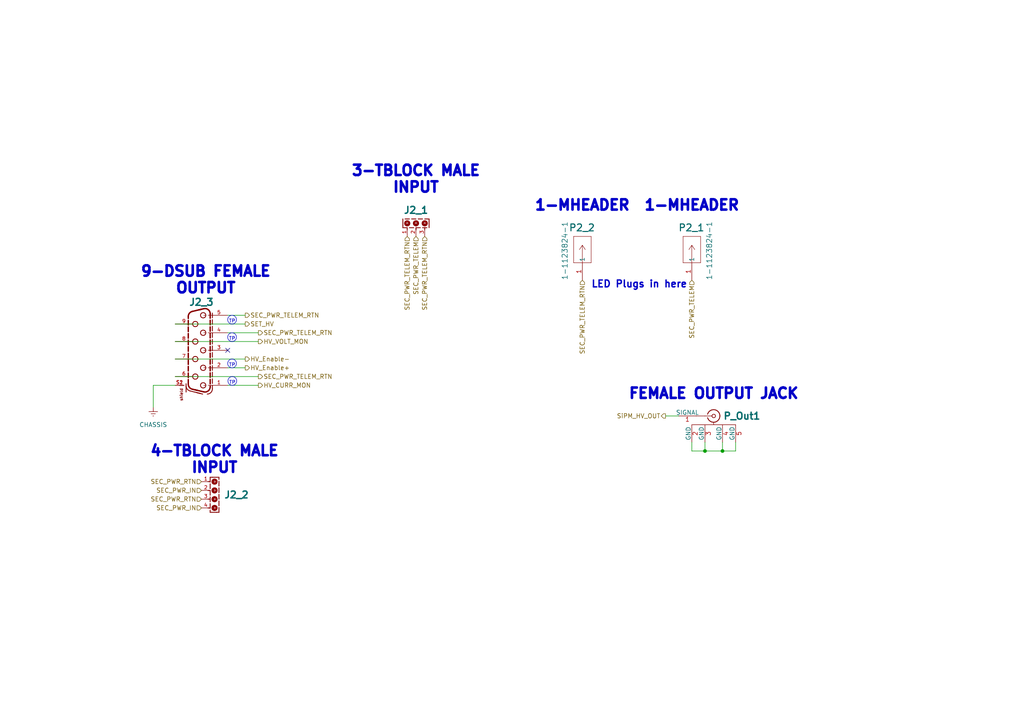
<source format=kicad_sch>
(kicad_sch
	(version 20250114)
	(generator "eeschema")
	(generator_version "9.0")
	(uuid "59404ed2-65d5-4761-8237-c81ff5f1bcb5")
	(paper "A4")
	(lib_symbols
		(symbol "Adam_Tech:RF2-49B-T-00-50-G-HDW"
			(pin_names
				(offset 0)
			)
			(exclude_from_sim no)
			(in_bom yes)
			(on_board yes)
			(property "Reference" "J"
				(at 14.732 20.32 0)
				(effects
					(font
						(size 1.524 1.524)
					)
				)
			)
			(property "Value" "RF2-49B-T-00-50-G-HDW"
				(at 18.542 23.368 0)
				(effects
					(font
						(size 1.524 1.524)
					)
					(hide yes)
				)
			)
			(property "Footprint" "Adam_Tech:CONN_RF2-49B-T-00-50-G-HDW_ADM"
				(at 12.7 2.794 0)
				(effects
					(font
						(size 1.27 1.27)
						(italic yes)
					)
					(hide yes)
				)
			)
			(property "Datasheet" "https://app.adam-tech.com/products/download/data_sheet/219119/rf2-49b-t-00-50-g-hdw-data-sheet.pdf"
				(at 10.922 0.762 0)
				(effects
					(font
						(size 1.27 1.27)
						(italic yes)
					)
					(hide yes)
				)
			)
			(property "Description" "SMA Connector Jack, Female Socket 50 Ohms Through Hole, Right Angle Solder (Voltage Rating = 335V)"
				(at 6.35 17.78 0)
				(effects
					(font
						(size 1.27 1.27)
					)
					(hide yes)
				)
			)
			(property "Manufacturer" "Adam Tech"
				(at 0 0 0)
				(effects
					(font
						(size 1.27 1.27)
					)
					(hide yes)
				)
			)
			(property "Man. Part Num" "RF2-49B-T-00-50-G-HDW"
				(at 0 0 0)
				(effects
					(font
						(size 1.27 1.27)
					)
					(hide yes)
				)
			)
			(property "Distributor" "Mouser"
				(at 0 0 0)
				(effects
					(font
						(size 1.27 1.27)
					)
					(hide yes)
				)
			)
			(property "Dist. Part Num" "737-RF249BT0050GHDW"
				(at 0 0 0)
				(effects
					(font
						(size 1.27 1.27)
					)
					(hide yes)
				)
			)
			(property "Part Type" "Through Hole"
				(at 0 0 0)
				(effects
					(font
						(size 1.27 1.27)
					)
					(hide yes)
				)
			)
			(property "Package" "SMA"
				(at 0 0 0)
				(effects
					(font
						(size 1.27 1.27)
					)
					(hide yes)
				)
			)
			(property "Notes" ""
				(at 0 0 0)
				(effects
					(font
						(size 1.27 1.27)
					)
					(hide yes)
				)
			)
			(property "ki_keywords" "RF2-49B-T-00-50-G-HDW"
				(at 0 0 0)
				(effects
					(font
						(size 1.27 1.27)
					)
					(hide yes)
				)
			)
			(property "ki_fp_filters" "CONN_RF2-49B-T-00-50-G-HDW_ADM"
				(at 0 0 0)
				(effects
					(font
						(size 1.27 1.27)
					)
					(hide yes)
				)
			)
			(symbol "RF2-49B-T-00-50-G-HDW_0_1"
				(polyline
					(pts
						(xy 11.43 13.97) (xy 24.13 13.97)
					)
					(stroke
						(width 0)
						(type default)
					)
					(fill
						(type none)
					)
				)
				(polyline
					(pts
						(xy 15.24 16.51) (xy 12.7 16.51)
					)
					(stroke
						(width 0)
						(type default)
					)
					(fill
						(type none)
					)
				)
				(polyline
					(pts
						(xy 15.24 16.51) (xy 17.272 16.51)
					)
					(stroke
						(width 0)
						(type default)
					)
					(fill
						(type none)
					)
				)
				(arc
					(start 16.002 17.018)
					(mid 18.0023 18.3184)
					(end 19.558 16.51)
					(stroke
						(width 0.254)
						(type default)
					)
					(fill
						(type none)
					)
				)
				(arc
					(start 19.558 16.51)
					(mid 18.0022 14.7022)
					(end 16.002 16.002)
					(stroke
						(width 0.254)
						(type default)
					)
					(fill
						(type none)
					)
				)
				(circle
					(center 17.78 16.51)
					(radius 0.508)
					(stroke
						(width 0.2032)
						(type default)
					)
					(fill
						(type none)
					)
				)
				(polyline
					(pts
						(xy 17.78 13.97) (xy 17.78 14.732)
					)
					(stroke
						(width 0)
						(type default)
					)
					(fill
						(type none)
					)
				)
			)
			(symbol "RF2-49B-T-00-50-G-HDW_1_1"
				(pin unspecified line
					(at 7.62 16.51 0)
					(length 5.08)
					(name "SIGNAL"
						(effects
							(font
								(size 1.27 1.27)
							)
						)
					)
					(number "1"
						(effects
							(font
								(size 1.27 1.27)
							)
						)
					)
				)
				(pin power_in line
					(at 11.43 8.89 90)
					(length 5.08)
					(name "GND"
						(effects
							(font
								(size 1.27 1.27)
							)
						)
					)
					(number "2"
						(effects
							(font
								(size 1.27 1.27)
							)
						)
					)
				)
				(pin power_in line
					(at 15.24 8.89 90)
					(length 5.08)
					(name "GND"
						(effects
							(font
								(size 1.27 1.27)
							)
						)
					)
					(number "3"
						(effects
							(font
								(size 1.27 1.27)
							)
						)
					)
				)
				(pin power_in line
					(at 20.32 8.89 90)
					(length 5.08)
					(name "GND"
						(effects
							(font
								(size 1.27 1.27)
							)
						)
					)
					(number "4"
						(effects
							(font
								(size 1.27 1.27)
							)
						)
					)
				)
				(pin power_in line
					(at 24.13 8.89 90)
					(length 5.08)
					(name "GND"
						(effects
							(font
								(size 1.27 1.27)
							)
						)
					)
					(number "5"
						(effects
							(font
								(size 1.27 1.27)
							)
						)
					)
				)
			)
			(symbol "RF2-49B-T-00-50-G-HDW_1_2"
				(polyline
					(pts
						(xy 5.08 2.54) (xy 5.08 -12.7)
					)
					(stroke
						(width 0.127)
						(type default)
					)
					(fill
						(type none)
					)
				)
				(polyline
					(pts
						(xy 5.08 -12.7) (xy 12.7 -12.7)
					)
					(stroke
						(width 0.127)
						(type default)
					)
					(fill
						(type none)
					)
				)
				(polyline
					(pts
						(xy 7.62 0) (xy 5.08 0)
					)
					(stroke
						(width 0.127)
						(type default)
					)
					(fill
						(type none)
					)
				)
				(polyline
					(pts
						(xy 7.62 0) (xy 8.89 0.8467)
					)
					(stroke
						(width 0.127)
						(type default)
					)
					(fill
						(type none)
					)
				)
				(polyline
					(pts
						(xy 7.62 0) (xy 8.89 -0.8467)
					)
					(stroke
						(width 0.127)
						(type default)
					)
					(fill
						(type none)
					)
				)
				(polyline
					(pts
						(xy 7.62 -2.54) (xy 5.08 -2.54)
					)
					(stroke
						(width 0.127)
						(type default)
					)
					(fill
						(type none)
					)
				)
				(polyline
					(pts
						(xy 7.62 -2.54) (xy 8.89 -1.6933)
					)
					(stroke
						(width 0.127)
						(type default)
					)
					(fill
						(type none)
					)
				)
				(polyline
					(pts
						(xy 7.62 -2.54) (xy 8.89 -3.3867)
					)
					(stroke
						(width 0.127)
						(type default)
					)
					(fill
						(type none)
					)
				)
				(polyline
					(pts
						(xy 7.62 -5.08) (xy 5.08 -5.08)
					)
					(stroke
						(width 0.127)
						(type default)
					)
					(fill
						(type none)
					)
				)
				(polyline
					(pts
						(xy 7.62 -5.08) (xy 8.89 -4.2333)
					)
					(stroke
						(width 0.127)
						(type default)
					)
					(fill
						(type none)
					)
				)
				(polyline
					(pts
						(xy 7.62 -5.08) (xy 8.89 -5.9267)
					)
					(stroke
						(width 0.127)
						(type default)
					)
					(fill
						(type none)
					)
				)
				(polyline
					(pts
						(xy 7.62 -7.62) (xy 5.08 -7.62)
					)
					(stroke
						(width 0.127)
						(type default)
					)
					(fill
						(type none)
					)
				)
				(polyline
					(pts
						(xy 7.62 -7.62) (xy 8.89 -6.7733)
					)
					(stroke
						(width 0.127)
						(type default)
					)
					(fill
						(type none)
					)
				)
				(polyline
					(pts
						(xy 7.62 -7.62) (xy 8.89 -8.4667)
					)
					(stroke
						(width 0.127)
						(type default)
					)
					(fill
						(type none)
					)
				)
				(polyline
					(pts
						(xy 7.62 -10.16) (xy 5.08 -10.16)
					)
					(stroke
						(width 0.127)
						(type default)
					)
					(fill
						(type none)
					)
				)
				(polyline
					(pts
						(xy 7.62 -10.16) (xy 8.89 -9.3133)
					)
					(stroke
						(width 0.127)
						(type default)
					)
					(fill
						(type none)
					)
				)
				(polyline
					(pts
						(xy 7.62 -10.16) (xy 8.89 -11.0067)
					)
					(stroke
						(width 0.127)
						(type default)
					)
					(fill
						(type none)
					)
				)
				(polyline
					(pts
						(xy 12.7 2.54) (xy 5.08 2.54)
					)
					(stroke
						(width 0.127)
						(type default)
					)
					(fill
						(type none)
					)
				)
				(polyline
					(pts
						(xy 12.7 -12.7) (xy 12.7 2.54)
					)
					(stroke
						(width 0.127)
						(type default)
					)
					(fill
						(type none)
					)
				)
				(pin unspecified line
					(at 0 0 0)
					(length 5.08)
					(name "SIGNAL"
						(effects
							(font
								(size 1.27 1.27)
							)
						)
					)
					(number "1"
						(effects
							(font
								(size 1.27 1.27)
							)
						)
					)
				)
				(pin unspecified line
					(at 0 -2.54 0)
					(length 5.08)
					(name "GND"
						(effects
							(font
								(size 1.27 1.27)
							)
						)
					)
					(number "2"
						(effects
							(font
								(size 1.27 1.27)
							)
						)
					)
				)
				(pin unspecified line
					(at 0 -5.08 0)
					(length 5.08)
					(name "GND"
						(effects
							(font
								(size 1.27 1.27)
							)
						)
					)
					(number "3"
						(effects
							(font
								(size 1.27 1.27)
							)
						)
					)
				)
				(pin unspecified line
					(at 0 -7.62 0)
					(length 5.08)
					(name "GND"
						(effects
							(font
								(size 1.27 1.27)
							)
						)
					)
					(number "4"
						(effects
							(font
								(size 1.27 1.27)
							)
						)
					)
				)
				(pin unspecified line
					(at 0 -10.16 0)
					(length 5.08)
					(name "GND"
						(effects
							(font
								(size 1.27 1.27)
							)
						)
					)
					(number "5"
						(effects
							(font
								(size 1.27 1.27)
							)
						)
					)
				)
			)
			(embedded_fonts no)
		)
		(symbol "TE_Connectivity:1-1123824-1"
			(pin_names
				(offset 0.254)
			)
			(exclude_from_sim no)
			(in_bom yes)
			(on_board yes)
			(property "Reference" "P"
				(at 8.89 6.35 0)
				(effects
					(font
						(size 1.524 1.524)
					)
				)
			)
			(property "Value" "1-1123824-1"
				(at 0 0 0)
				(effects
					(font
						(size 1.524 1.524)
					)
				)
			)
			(property "Footprint" "conn1_1-1123824-1_TEC"
				(at 0 0 0)
				(effects
					(font
						(size 1.27 1.27)
						(italic yes)
					)
					(hide yes)
				)
			)
			(property "Datasheet" "https://www.te.com/commerce/DocumentDelivery/DDEController?Action=srchrtrv&DocNm=1123824&DocType=Customer+Drawing&DocLang=Japanese"
				(at 0 0 0)
				(effects
					(font
						(size 1.27 1.27)
						(italic yes)
					)
					(hide yes)
				)
			)
			(property "Description" "Connector Header Through Hole 1 position"
				(at 0 0 0)
				(effects
					(font
						(size 1.27 1.27)
					)
					(hide yes)
				)
			)
			(property "Manufacturer" "TE Connectivity AMP Connectors"
				(at 0 0 0)
				(effects
					(font
						(size 1.27 1.27)
					)
					(hide yes)
				)
			)
			(property "Man. Part Num" "1-1123824-1"
				(at 0 0 0)
				(effects
					(font
						(size 1.27 1.27)
					)
					(hide yes)
				)
			)
			(property "Distributor" "Digi-Key"
				(at 0 0 0)
				(effects
					(font
						(size 1.27 1.27)
					)
					(hide yes)
				)
			)
			(property "Dist. Part Num" "A30708-ND"
				(at 0 0 0)
				(effects
					(font
						(size 1.27 1.27)
					)
					(hide yes)
				)
			)
			(property "Part Type" "Through Hole"
				(at 0 0 0)
				(effects
					(font
						(size 1.27 1.27)
					)
					(hide yes)
				)
			)
			(property "Package" "-"
				(at 0 0 0)
				(effects
					(font
						(size 1.27 1.27)
					)
					(hide yes)
				)
			)
			(property "Notes" ""
				(at 0 0 0)
				(effects
					(font
						(size 1.27 1.27)
					)
					(hide yes)
				)
			)
			(property "ki_keywords" "1-1123824-1"
				(at 0 0 0)
				(effects
					(font
						(size 1.27 1.27)
					)
					(hide yes)
				)
			)
			(property "ki_fp_filters" "conn1_1-1123824-1_TEC"
				(at 0 0 0)
				(effects
					(font
						(size 1.27 1.27)
					)
					(hide yes)
				)
			)
			(symbol "1-1123824-1_0_1"
				(polyline
					(pts
						(xy 5.08 2.54) (xy 5.08 -2.54)
					)
					(stroke
						(width 0.127)
						(type default)
					)
					(fill
						(type none)
					)
				)
				(polyline
					(pts
						(xy 5.08 -2.54) (xy 12.7 -2.54)
					)
					(stroke
						(width 0.127)
						(type default)
					)
					(fill
						(type none)
					)
				)
				(polyline
					(pts
						(xy 10.16 0) (xy 5.08 0)
					)
					(stroke
						(width 0.127)
						(type default)
					)
					(fill
						(type none)
					)
				)
				(polyline
					(pts
						(xy 10.16 0) (xy 8.89 0.8467)
					)
					(stroke
						(width 0.127)
						(type default)
					)
					(fill
						(type none)
					)
				)
				(polyline
					(pts
						(xy 10.16 0) (xy 8.89 -0.8467)
					)
					(stroke
						(width 0.127)
						(type default)
					)
					(fill
						(type none)
					)
				)
				(polyline
					(pts
						(xy 12.7 2.54) (xy 5.08 2.54)
					)
					(stroke
						(width 0.127)
						(type default)
					)
					(fill
						(type none)
					)
				)
				(polyline
					(pts
						(xy 12.7 -2.54) (xy 12.7 2.54)
					)
					(stroke
						(width 0.127)
						(type default)
					)
					(fill
						(type none)
					)
				)
				(pin unspecified line
					(at 0 0 0)
					(length 5.08)
					(name "1"
						(effects
							(font
								(size 1.27 1.27)
							)
						)
					)
					(number "1"
						(effects
							(font
								(size 1.27 1.27)
							)
						)
					)
				)
			)
			(embedded_fonts no)
		)
		(symbol "Wurth Elektronik:691322110004"
			(pin_names
				(offset 1.016)
			)
			(exclude_from_sim no)
			(in_bom yes)
			(on_board yes)
			(property "Reference" "J"
				(at -7.53 -1.205 0)
				(effects
					(font
						(size 1.27 1.27)
					)
					(justify right bottom)
				)
			)
			(property "Value" "691322110004"
				(at 0 0 0)
				(effects
					(font
						(size 1.27 1.27)
					)
					(justify bottom)
					(hide yes)
				)
			)
			(property "Footprint" "691322110004:691322110004"
				(at 0 0 0)
				(effects
					(font
						(size 1.27 1.27)
					)
					(justify bottom)
					(hide yes)
				)
			)
			(property "Datasheet" "https://www.we-online.com/redexpert/spec/691322110004?ae"
				(at 0 0 0)
				(effects
					(font
						(size 1.27 1.27)
					)
					(hide yes)
				)
			)
			(property "Description" "4 Position Terminal Block Header, Male Pins, Shrouded (4 Side) 0.138\" (3.50mm) 90°, Right Angle Through Hole"
				(at 0 0 0)
				(effects
					(font
						(size 1.27 1.27)
					)
					(hide yes)
				)
			)
			(property "Manufacturer" "Würth Elektronik"
				(at 0 0 0)
				(effects
					(font
						(size 1.27 1.27)
					)
					(justify bottom)
					(hide yes)
				)
			)
			(property "Description_1" "\n3221; 3.5mm Pitch Straight Pluggable Term Block, PCB Header, Through Hole, 4 Way | Wurth Electronics 691322110004\n"
				(at 0 0 0)
				(effects
					(font
						(size 1.27 1.27)
					)
					(justify bottom)
					(hide yes)
				)
			)
			(property "Package" "-"
				(at 0 0 0)
				(effects
					(font
						(size 1.27 1.27)
					)
					(justify bottom)
					(hide yes)
				)
			)
			(property "Purchase-URL" "https://www.snapeda.com/api/url_track_click_mouser/?unipart_id=4804943&manufacturer=Würth Elektronik&part_name=691322110004&search_term=691322110004"
				(at 0 0 0)
				(effects
					(font
						(size 1.27 1.27)
					)
					(justify bottom)
					(hide yes)
				)
			)
			(property "Part Type" "Through Hole"
				(at 0 0 0)
				(effects
					(font
						(size 1.27 1.27)
					)
					(justify bottom)
					(hide yes)
				)
			)
			(property "IR-VDE" "10.5A"
				(at 0 0 0)
				(effects
					(font
						(size 1.27 1.27)
					)
					(justify bottom)
					(hide yes)
				)
			)
			(property "IR-UL" "10A"
				(at 0 0 0)
				(effects
					(font
						(size 1.27 1.27)
					)
					(justify bottom)
					(hide yes)
				)
			)
			(property "Availability" "In Stock"
				(at 0 0 0)
				(effects
					(font
						(size 1.27 1.27)
					)
					(justify bottom)
					(hide yes)
				)
			)
			(property "WORKING-VOLTAGE-UL" "300V (AC)"
				(at 0 0 0)
				(effects
					(font
						(size 1.27 1.27)
					)
					(justify bottom)
					(hide yes)
				)
			)
			(property "Man. Part Num" "691322110004"
				(at 0 0 0)
				(effects
					(font
						(size 1.27 1.27)
					)
					(justify bottom)
					(hide yes)
				)
			)
			(property "SnapEDA_Link" "https://www.snapeda.com/parts/691322110004/Wurth+Elektronik/view-part/?ref=snap"
				(at 0 0 0)
				(effects
					(font
						(size 1.27 1.27)
					)
					(justify bottom)
					(hide yes)
				)
			)
			(property "Distributor" "Digi-Key"
				(at 0 0 0)
				(effects
					(font
						(size 1.27 1.27)
					)
					(justify bottom)
					(hide yes)
				)
			)
			(property "PITCH" "3.5mm"
				(at 0 0 0)
				(effects
					(font
						(size 1.27 1.27)
					)
					(justify bottom)
					(hide yes)
				)
			)
			(property "PINS" "4"
				(at 0 0 0)
				(effects
					(font
						(size 1.27 1.27)
					)
					(justify bottom)
					(hide yes)
				)
			)
			(property "WORKING-VOLTAGE-VDE" "300V (AC)"
				(at 0 0 0)
				(effects
					(font
						(size 1.27 1.27)
					)
					(justify bottom)
					(hide yes)
				)
			)
			(property "Dist. Part Num" "732-2771-ND"
				(at 0 0 0)
				(effects
					(font
						(size 1.27 1.27)
					)
					(hide yes)
				)
			)
			(property "Notes" "-"
				(at 0 0 0)
				(effects
					(font
						(size 1.27 1.27)
					)
					(hide yes)
				)
			)
			(symbol "691322110004_0_0"
				(polyline
					(pts
						(xy -6.35 0) (xy -6.35 -1.905)
					)
					(stroke
						(width 0.254)
						(type default)
					)
					(fill
						(type none)
					)
				)
				(polyline
					(pts
						(xy -6.35 -1.905) (xy -6.35 -2.54)
					)
					(stroke
						(width 0.254)
						(type default)
					)
					(fill
						(type none)
					)
				)
				(polyline
					(pts
						(xy -6.35 -2.54) (xy -4.953 -2.54)
					)
					(stroke
						(width 0.254)
						(type default)
					)
					(fill
						(type none)
					)
				)
				(polyline
					(pts
						(xy -5.715 0) (xy -6.35 0)
					)
					(stroke
						(width 0.254)
						(type default)
					)
					(fill
						(type none)
					)
				)
				(circle
					(center -5.08 -1.27)
					(radius 0.254)
					(stroke
						(width 0.635)
						(type default)
					)
					(fill
						(type none)
					)
				)
				(polyline
					(pts
						(xy -5.08 -1.27) (xy -5.08 -1.905)
					)
					(stroke
						(width 0.254)
						(type default)
					)
					(fill
						(type none)
					)
				)
				(polyline
					(pts
						(xy -5.08 -3.175) (xy -5.08 -2.54)
					)
					(stroke
						(width 0.254)
						(type default)
					)
					(fill
						(type none)
					)
				)
				(polyline
					(pts
						(xy -4.445 -2.54) (xy -3.048 -2.54)
					)
					(stroke
						(width 0.254)
						(type default)
					)
					(fill
						(type none)
					)
				)
				(polyline
					(pts
						(xy -3.81 0) (xy -5.207 0)
					)
					(stroke
						(width 0.254)
						(type default)
					)
					(fill
						(type none)
					)
				)
				(circle
					(center -2.54 -1.27)
					(radius 0.254)
					(stroke
						(width 0.635)
						(type default)
					)
					(fill
						(type none)
					)
				)
				(polyline
					(pts
						(xy -2.54 -1.27) (xy -2.54 -1.905)
					)
					(stroke
						(width 0.254)
						(type default)
					)
					(fill
						(type none)
					)
				)
				(polyline
					(pts
						(xy -2.54 -2.54) (xy -1.143 -2.54)
					)
					(stroke
						(width 0.254)
						(type default)
					)
					(fill
						(type none)
					)
				)
				(polyline
					(pts
						(xy -2.54 -3.175) (xy -2.54 -2.54)
					)
					(stroke
						(width 0.254)
						(type default)
					)
					(fill
						(type none)
					)
				)
				(polyline
					(pts
						(xy -1.905 0) (xy -3.302 0)
					)
					(stroke
						(width 0.254)
						(type default)
					)
					(fill
						(type none)
					)
				)
				(polyline
					(pts
						(xy -0.635 -2.54) (xy 0.762 -2.54)
					)
					(stroke
						(width 0.254)
						(type default)
					)
					(fill
						(type none)
					)
				)
				(polyline
					(pts
						(xy 0 0) (xy -1.397 0)
					)
					(stroke
						(width 0.254)
						(type default)
					)
					(fill
						(type none)
					)
				)
				(polyline
					(pts
						(xy 0 -1.27) (xy 0 -1.905)
					)
					(stroke
						(width 0.254)
						(type default)
					)
					(fill
						(type none)
					)
				)
				(circle
					(center 0 -1.27)
					(radius 0.254)
					(stroke
						(width 0.635)
						(type default)
					)
					(fill
						(type none)
					)
				)
				(polyline
					(pts
						(xy 0 -3.175) (xy 0 -2.54)
					)
					(stroke
						(width 0.254)
						(type default)
					)
					(fill
						(type none)
					)
				)
				(polyline
					(pts
						(xy 1.27 -2.54) (xy 2.667 -2.54)
					)
					(stroke
						(width 0.254)
						(type default)
					)
					(fill
						(type none)
					)
				)
				(polyline
					(pts
						(xy 1.905 0) (xy 0.508 0)
					)
					(stroke
						(width 0.254)
						(type default)
					)
					(fill
						(type none)
					)
				)
				(polyline
					(pts
						(xy 2.54 -1.27) (xy 2.54 -1.905)
					)
					(stroke
						(width 0.254)
						(type default)
					)
					(fill
						(type none)
					)
				)
				(circle
					(center 2.54 -1.27)
					(radius 0.254)
					(stroke
						(width 0.635)
						(type default)
					)
					(fill
						(type none)
					)
				)
				(polyline
					(pts
						(xy 2.54 -3.175) (xy 2.54 -2.54)
					)
					(stroke
						(width 0.254)
						(type default)
					)
					(fill
						(type none)
					)
				)
				(polyline
					(pts
						(xy 3.175 -2.54) (xy 3.81 -2.54)
					)
					(stroke
						(width 0.254)
						(type default)
					)
					(fill
						(type none)
					)
				)
				(polyline
					(pts
						(xy 3.81 0) (xy 2.413 0)
					)
					(stroke
						(width 0.254)
						(type default)
					)
					(fill
						(type none)
					)
				)
				(polyline
					(pts
						(xy 3.81 -0.635) (xy 3.81 0)
					)
					(stroke
						(width 0.254)
						(type default)
					)
					(fill
						(type none)
					)
				)
				(polyline
					(pts
						(xy 3.81 -2.54) (xy 3.81 -0.635)
					)
					(stroke
						(width 0.254)
						(type default)
					)
					(fill
						(type none)
					)
				)
				(pin passive line
					(at -5.08 -5.08 90)
					(length 2.54)
					(name "~"
						(effects
							(font
								(size 1.016 1.016)
							)
						)
					)
					(number "1"
						(effects
							(font
								(size 1.016 1.016)
							)
						)
					)
				)
				(pin passive line
					(at -2.54 -5.08 90)
					(length 2.54)
					(name "~"
						(effects
							(font
								(size 1.016 1.016)
							)
						)
					)
					(number "2"
						(effects
							(font
								(size 1.016 1.016)
							)
						)
					)
				)
				(pin passive line
					(at 0 -5.08 90)
					(length 2.54)
					(name "~"
						(effects
							(font
								(size 1.016 1.016)
							)
						)
					)
					(number "3"
						(effects
							(font
								(size 1.016 1.016)
							)
						)
					)
				)
				(pin passive line
					(at 2.54 -5.08 90)
					(length 2.54)
					(name "~"
						(effects
							(font
								(size 1.016 1.016)
							)
						)
					)
					(number "4"
						(effects
							(font
								(size 1.016 1.016)
							)
						)
					)
				)
			)
			(embedded_fonts no)
		)
		(symbol "Wurth Elektronik:691322310003"
			(pin_names
				(offset 1.016)
			)
			(exclude_from_sim no)
			(in_bom yes)
			(on_board yes)
			(property "Reference" "J"
				(at -4.99 -1.205 0)
				(effects
					(font
						(size 1.27 1.27)
					)
					(justify right bottom)
				)
			)
			(property "Value" "691322310003"
				(at 0 0 0)
				(effects
					(font
						(size 1.27 1.27)
					)
					(justify bottom)
					(hide yes)
				)
			)
			(property "Footprint" "691322310003:691322310003"
				(at 0 0 0)
				(effects
					(font
						(size 1.27 1.27)
					)
					(justify bottom)
					(hide yes)
				)
			)
			(property "Datasheet" "https://www.we-online.com/components/products/datasheet/6913223100xx.pdf"
				(at 0 0 0)
				(effects
					(font
						(size 1.27 1.27)
					)
					(hide yes)
				)
			)
			(property "Description" "3 Position Terminal Block Header, Male Pins, Shrouded (4 Side) 0.150\" (3.81mm) 90°, Right Angle Through Hole"
				(at 0 0 0)
				(effects
					(font
						(size 1.27 1.27)
					)
					(hide yes)
				)
			)
			(property "Manufacturer" "Würth Elektronik"
				(at 0 0 0)
				(effects
					(font
						(size 1.27 1.27)
					)
					(justify bottom)
					(hide yes)
				)
			)
			(property "Package" "-"
				(at 0 0 0)
				(effects
					(font
						(size 1.27 1.27)
					)
					(justify bottom)
					(hide yes)
				)
			)
			(property "Part Type" "Through Hole"
				(at 0 0 0)
				(effects
					(font
						(size 1.27 1.27)
					)
					(justify bottom)
					(hide yes)
				)
			)
			(property "IR-VDE" "10.5A"
				(at 0 0 0)
				(effects
					(font
						(size 1.27 1.27)
					)
					(justify bottom)
					(hide yes)
				)
			)
			(property "IR-UL" "10A"
				(at 0 0 0)
				(effects
					(font
						(size 1.27 1.27)
					)
					(justify bottom)
					(hide yes)
				)
			)
			(property "WORKING-VOLTAGE-UL" "300V (AC)"
				(at 0 0 0)
				(effects
					(font
						(size 1.27 1.27)
					)
					(justify bottom)
					(hide yes)
				)
			)
			(property "Man. Part Num" "691322310003"
				(at 0 0 0)
				(effects
					(font
						(size 1.27 1.27)
					)
					(justify bottom)
					(hide yes)
				)
			)
			(property "Distributor" "Digi-Key"
				(at 0 0 0)
				(effects
					(font
						(size 1.27 1.27)
					)
					(justify bottom)
					(hide yes)
				)
			)
			(property "PITCH" "3.81mm"
				(at 0 0 0)
				(effects
					(font
						(size 1.27 1.27)
					)
					(justify bottom)
					(hide yes)
				)
			)
			(property "PINS" "3"
				(at 0 0 0)
				(effects
					(font
						(size 1.27 1.27)
					)
					(justify bottom)
					(hide yes)
				)
			)
			(property "WORKING-VOLTAGE-VDE" "300V (AC)"
				(at 0 0 0)
				(effects
					(font
						(size 1.27 1.27)
					)
					(justify bottom)
					(hide yes)
				)
			)
			(property "Dist. Part Num" "732-2089-ND"
				(at 0 0 0)
				(effects
					(font
						(size 1.27 1.27)
					)
					(hide yes)
				)
			)
			(property "Notes" "-"
				(at 0 0 0)
				(effects
					(font
						(size 1.27 1.27)
					)
					(hide yes)
				)
			)
			(symbol "691322310003_0_0"
				(polyline
					(pts
						(xy -3.81 0) (xy -3.81 0)
					)
					(stroke
						(width 0.254)
						(type default)
					)
					(fill
						(type none)
					)
				)
				(polyline
					(pts
						(xy -3.81 0) (xy -3.81 -1.905)
					)
					(stroke
						(width 0.254)
						(type default)
					)
					(fill
						(type none)
					)
				)
				(polyline
					(pts
						(xy -3.81 -1.905) (xy -3.81 -2.54)
					)
					(stroke
						(width 0.254)
						(type default)
					)
					(fill
						(type none)
					)
				)
				(polyline
					(pts
						(xy -3.81 -2.54) (xy -2.54 -2.54)
					)
					(stroke
						(width 0.254)
						(type default)
					)
					(fill
						(type none)
					)
				)
				(circle
					(center -2.54 -1.27)
					(radius 0.254)
					(stroke
						(width 0.635)
						(type default)
					)
					(fill
						(type none)
					)
				)
				(polyline
					(pts
						(xy -2.54 -1.27) (xy -2.54 -1.905)
					)
					(stroke
						(width 0.254)
						(type default)
					)
					(fill
						(type none)
					)
				)
				(polyline
					(pts
						(xy -2.54 -3.175) (xy -2.54 -2.54)
					)
					(stroke
						(width 0.254)
						(type default)
					)
					(fill
						(type none)
					)
				)
				(polyline
					(pts
						(xy -1.905 0) (xy -3.175 0)
					)
					(stroke
						(width 0.254)
						(type default)
					)
					(fill
						(type none)
					)
				)
				(polyline
					(pts
						(xy -1.905 -2.54) (xy -0.635 -2.54)
					)
					(stroke
						(width 0.254)
						(type default)
					)
					(fill
						(type none)
					)
				)
				(polyline
					(pts
						(xy 0 0) (xy -1.27 0)
					)
					(stroke
						(width 0.254)
						(type default)
					)
					(fill
						(type none)
					)
				)
				(polyline
					(pts
						(xy 0 -1.27) (xy 0 -1.905)
					)
					(stroke
						(width 0.254)
						(type default)
					)
					(fill
						(type none)
					)
				)
				(circle
					(center 0 -1.27)
					(radius 0.254)
					(stroke
						(width 0.635)
						(type default)
					)
					(fill
						(type none)
					)
				)
				(polyline
					(pts
						(xy 0 -2.54) (xy 1.27 -2.54)
					)
					(stroke
						(width 0.254)
						(type default)
					)
					(fill
						(type none)
					)
				)
				(polyline
					(pts
						(xy 0 -3.175) (xy 0 -2.54)
					)
					(stroke
						(width 0.254)
						(type default)
					)
					(fill
						(type none)
					)
				)
				(polyline
					(pts
						(xy 1.905 0) (xy 0.635 0)
					)
					(stroke
						(width 0.254)
						(type default)
					)
					(fill
						(type none)
					)
				)
				(polyline
					(pts
						(xy 1.905 -2.54) (xy 3.175 -2.54)
					)
					(stroke
						(width 0.254)
						(type default)
					)
					(fill
						(type none)
					)
				)
				(polyline
					(pts
						(xy 2.54 -1.27) (xy 2.54 -1.905)
					)
					(stroke
						(width 0.254)
						(type default)
					)
					(fill
						(type none)
					)
				)
				(circle
					(center 2.54 -1.27)
					(radius 0.254)
					(stroke
						(width 0.635)
						(type default)
					)
					(fill
						(type none)
					)
				)
				(polyline
					(pts
						(xy 2.54 -3.175) (xy 2.54 -2.54)
					)
					(stroke
						(width 0.254)
						(type default)
					)
					(fill
						(type none)
					)
				)
				(polyline
					(pts
						(xy 3.81 0) (xy 2.54 0)
					)
					(stroke
						(width 0.254)
						(type default)
					)
					(fill
						(type none)
					)
				)
				(polyline
					(pts
						(xy 3.81 -0.635) (xy 3.81 0)
					)
					(stroke
						(width 0.254)
						(type default)
					)
					(fill
						(type none)
					)
				)
				(polyline
					(pts
						(xy 3.81 -2.54) (xy 3.81 -0.635)
					)
					(stroke
						(width 0.254)
						(type default)
					)
					(fill
						(type none)
					)
				)
				(polyline
					(pts
						(xy 3.81 -2.54) (xy 3.81 -2.54)
					)
					(stroke
						(width 0.254)
						(type default)
					)
					(fill
						(type none)
					)
				)
				(pin passive line
					(at -2.54 -5.08 90)
					(length 2.54)
					(name "~"
						(effects
							(font
								(size 1.016 1.016)
							)
						)
					)
					(number "1"
						(effects
							(font
								(size 1.016 1.016)
							)
						)
					)
				)
				(pin passive line
					(at 0 -5.08 90)
					(length 2.54)
					(name "~"
						(effects
							(font
								(size 1.016 1.016)
							)
						)
					)
					(number "2"
						(effects
							(font
								(size 1.016 1.016)
							)
						)
					)
				)
				(pin passive line
					(at 2.54 -5.08 90)
					(length 2.54)
					(name "~"
						(effects
							(font
								(size 1.016 1.016)
							)
						)
					)
					(number "3"
						(effects
							(font
								(size 1.016 1.016)
							)
						)
					)
				)
			)
			(embedded_fonts no)
		)
		(symbol "Wurth_Elektronik:6180XX231121_618009231121"
			(pin_names
				(offset 1.016)
			)
			(exclude_from_sim no)
			(in_bom yes)
			(on_board yes)
			(property "Reference" "J"
				(at 13.78 1.66 0)
				(effects
					(font
						(size 1.27 1.27)
					)
					(justify left bottom)
				)
			)
			(property "Value" "618009231121"
				(at 0 0 0)
				(effects
					(font
						(size 1.27 1.27)
					)
					(justify bottom)
					(hide yes)
				)
			)
			(property "Footprint" "6180XX231121_618009231121:618009231121"
				(at 0 0 0)
				(effects
					(font
						(size 1.27 1.27)
					)
					(justify bottom)
					(hide yes)
				)
			)
			(property "Datasheet" "https://www.we-online.com/components/products/datasheet/618009231121.pdf"
				(at 0 0 0)
				(effects
					(font
						(size 1.27 1.27)
					)
					(hide yes)
				)
			)
			(property "Description" "9 Position D-Sub Receptacle, Female Sockets Connector"
				(at 0 0 0)
				(effects
					(font
						(size 1.27 1.27)
					)
					(hide yes)
				)
			)
			(property "Manufacturer" "Wurth Elektronik"
				(at 0 0 0)
				(effects
					(font
						(size 1.27 1.27)
					)
					(justify bottom)
					(hide yes)
				)
			)
			(property "Man. Part Num" "618009231121"
				(at 0 0 0)
				(effects
					(font
						(size 1.27 1.27)
					)
					(justify bottom)
					(hide yes)
				)
			)
			(property "Gender" "Female"
				(at 0 0 0)
				(effects
					(font
						(size 1.27 1.27)
					)
					(justify bottom)
					(hide yes)
				)
			)
			(property "Part Type" "Through Hole"
				(at 0 0 0)
				(effects
					(font
						(size 1.27 1.27)
					)
					(hide yes)
				)
			)
			(property "Voltage Rating" "125 VAC"
				(at 0 0 0)
				(effects
					(font
						(size 1.27 1.27)
					)
					(justify bottom)
					(hide yes)
				)
			)
			(property "Distributor" "Digi-Key"
				(at 0 0 0)
				(effects
					(font
						(size 1.27 1.27)
					)
					(hide yes)
				)
			)
			(property "Dist. Part Num" "732-618009231121-ND"
				(at 0 0 0)
				(effects
					(font
						(size 1.27 1.27)
					)
					(hide yes)
				)
			)
			(property "Dist. URL" "https://www.digikey.com/en/products/detail/w%C3%BCrth-elektronik/618009231121/10484687?s=N4IgTCBcDaIOwGYwFoBsBGAHABmwTjAXXTHWQDkAREAXQF8g"
				(at 0 0 0)
				(effects
					(font
						(size 1.27 1.27)
					)
					(hide yes)
				)
			)
			(property "ki_keywords" "9 Position D-Sub Receptacle, Female Sockets Connector"
				(at 0 0 0)
				(effects
					(font
						(size 1.27 1.27)
					)
					(hide yes)
				)
			)
			(symbol "6180XX231121_618009231121_0_0"
				(polyline
					(pts
						(xy -11.7108 -0.8009) (xy -12.0642 0.6952)
					)
					(stroke
						(width 0.4064)
						(type default)
					)
					(fill
						(type none)
					)
				)
				(polyline
					(pts
						(xy -11.2729 -2.6548) (xy -11.9182 0.0772)
					)
					(stroke
						(width 0.4064)
						(type default)
					)
					(fill
						(type none)
					)
				)
				(polyline
					(pts
						(xy -10.795 3.175) (xy -9.4305 3.175)
					)
					(stroke
						(width 0.254)
						(type default)
					)
					(fill
						(type none)
					)
				)
				(polyline
					(pts
						(xy -10.6044 2.54) (xy -9.3113 2.54)
					)
					(stroke
						(width 0.4064)
						(type default)
					)
					(fill
						(type none)
					)
				)
				(arc
					(start -12.0642 0.6952)
					(mid -11.7806 1.9708)
					(end -10.6044 2.54)
					(stroke
						(width 0.4064)
						(type default)
					)
					(fill
						(type none)
					)
				)
				(polyline
					(pts
						(xy -10.16 2.58) (xy -10.16 1.935)
					)
					(stroke
						(width 0.1524)
						(type default)
					)
					(fill
						(type none)
					)
				)
				(polyline
					(pts
						(xy -10.16 0.675) (xy -10.16 1.3)
					)
					(stroke
						(width 0.1524)
						(type default)
					)
					(fill
						(type none)
					)
				)
				(circle
					(center -10.16 0.508)
					(radius 0.762)
					(stroke
						(width 0.254)
						(type default)
					)
					(fill
						(type none)
					)
				)
				(arc
					(start -9.8131 -3.81)
					(mid -10.7439 -3.4862)
					(end -11.2729 -2.6548)
					(stroke
						(width 0.4064)
						(type default)
					)
					(fill
						(type none)
					)
				)
				(polyline
					(pts
						(xy -9.237 -3.81) (xy -9.8131 -3.81)
					)
					(stroke
						(width 0.4064)
						(type default)
					)
					(fill
						(type none)
					)
				)
				(polyline
					(pts
						(xy -8.89 3.175) (xy -7.5255 3.175)
					)
					(stroke
						(width 0.254)
						(type default)
					)
					(fill
						(type none)
					)
				)
				(polyline
					(pts
						(xy -8.6994 2.54) (xy -7.4063 2.54)
					)
					(stroke
						(width 0.4064)
						(type default)
					)
					(fill
						(type none)
					)
				)
				(circle
					(center -7.62 -1.778)
					(radius 0.762)
					(stroke
						(width 0.254)
						(type default)
					)
					(fill
						(type none)
					)
				)
				(polyline
					(pts
						(xy -7.332 -3.81) (xy -8.6596 -3.81)
					)
					(stroke
						(width 0.4064)
						(type default)
					)
					(fill
						(type none)
					)
				)
				(polyline
					(pts
						(xy -6.985 3.175) (xy -5.6205 3.175)
					)
					(stroke
						(width 0.254)
						(type default)
					)
					(fill
						(type none)
					)
				)
				(polyline
					(pts
						(xy -6.7944 2.54) (xy -5.5013 2.54)
					)
					(stroke
						(width 0.4064)
						(type default)
					)
					(fill
						(type none)
					)
				)
				(polyline
					(pts
						(xy -5.427 -3.81) (xy -6.7546 -3.81)
					)
					(stroke
						(width 0.4064)
						(type default)
					)
					(fill
						(type none)
					)
				)
				(polyline
					(pts
						(xy -5.08 3.175) (xy -3.7155 3.175)
					)
					(stroke
						(width 0.254)
						(type default)
					)
					(fill
						(type none)
					)
				)
				(polyline
					(pts
						(xy -5.08 2.58) (xy -5.08 1.935)
					)
					(stroke
						(width 0.1524)
						(type default)
					)
					(fill
						(type none)
					)
				)
				(polyline
					(pts
						(xy -5.08 0.675) (xy -5.08 1.3)
					)
					(stroke
						(width 0.1524)
						(type default)
					)
					(fill
						(type none)
					)
				)
				(circle
					(center -5.08 0.508)
					(radius 0.762)
					(stroke
						(width 0.254)
						(type default)
					)
					(fill
						(type none)
					)
				)
				(polyline
					(pts
						(xy -4.8894 2.54) (xy -3.5963 2.54)
					)
					(stroke
						(width 0.4064)
						(type default)
					)
					(fill
						(type none)
					)
				)
				(polyline
					(pts
						(xy -3.522 -3.81) (xy -4.8496 -3.81)
					)
					(stroke
						(width 0.4064)
						(type default)
					)
					(fill
						(type none)
					)
				)
				(polyline
					(pts
						(xy -3.175 3.175) (xy -1.8105 3.175)
					)
					(stroke
						(width 0.254)
						(type default)
					)
					(fill
						(type none)
					)
				)
				(polyline
					(pts
						(xy -2.9844 2.54) (xy -1.6913 2.54)
					)
					(stroke
						(width 0.4064)
						(type default)
					)
					(fill
						(type none)
					)
				)
				(circle
					(center -2.54 -1.778)
					(radius 0.762)
					(stroke
						(width 0.254)
						(type default)
					)
					(fill
						(type none)
					)
				)
				(polyline
					(pts
						(xy -1.617 -3.81) (xy -2.9446 -3.81)
					)
					(stroke
						(width 0.4064)
						(type default)
					)
					(fill
						(type none)
					)
				)
				(polyline
					(pts
						(xy -1.27 3.175) (xy 0.0945 3.175)
					)
					(stroke
						(width 0.254)
						(type default)
					)
					(fill
						(type none)
					)
				)
				(polyline
					(pts
						(xy -1.0794 2.54) (xy 0.2137 2.54)
					)
					(stroke
						(width 0.4064)
						(type default)
					)
					(fill
						(type none)
					)
				)
				(polyline
					(pts
						(xy 0 2.58) (xy 0 1.935)
					)
					(stroke
						(width 0.1524)
						(type default)
					)
					(fill
						(type none)
					)
				)
				(polyline
					(pts
						(xy 0 0.675) (xy 0 1.3)
					)
					(stroke
						(width 0.1524)
						(type default)
					)
					(fill
						(type none)
					)
				)
				(circle
					(center 0 0.508)
					(radius 0.762)
					(stroke
						(width 0.254)
						(type default)
					)
					(fill
						(type none)
					)
				)
				(polyline
					(pts
						(xy 0.288 -3.81) (xy -1.0396 -3.81)
					)
					(stroke
						(width 0.4064)
						(type default)
					)
					(fill
						(type none)
					)
				)
				(polyline
					(pts
						(xy 0.635 3.175) (xy 1.9996 3.175)
					)
					(stroke
						(width 0.254)
						(type default)
					)
					(fill
						(type none)
					)
				)
				(polyline
					(pts
						(xy 0.8256 2.54) (xy 2.1187 2.54)
					)
					(stroke
						(width 0.4064)
						(type default)
					)
					(fill
						(type none)
					)
				)
				(polyline
					(pts
						(xy 2.1931 -3.81) (xy 0.8654 -3.81)
					)
					(stroke
						(width 0.4064)
						(type default)
					)
					(fill
						(type none)
					)
				)
				(polyline
					(pts
						(xy 2.54 3.175) (xy 3.9046 3.175)
					)
					(stroke
						(width 0.254)
						(type default)
					)
					(fill
						(type none)
					)
				)
				(circle
					(center 2.54 -1.778)
					(radius 0.762)
					(stroke
						(width 0.254)
						(type default)
					)
					(fill
						(type none)
					)
				)
				(polyline
					(pts
						(xy 2.7306 2.54) (xy 4.0237 2.54)
					)
					(stroke
						(width 0.4064)
						(type default)
					)
					(fill
						(type none)
					)
				)
				(polyline
					(pts
						(xy 4.0981 -3.81) (xy 2.7704 -3.81)
					)
					(stroke
						(width 0.4064)
						(type default)
					)
					(fill
						(type none)
					)
				)
				(polyline
					(pts
						(xy 4.445 3.175) (xy 5.8096 3.175)
					)
					(stroke
						(width 0.254)
						(type default)
					)
					(fill
						(type none)
					)
				)
				(polyline
					(pts
						(xy 4.6356 2.54) (xy 5.9287 2.54)
					)
					(stroke
						(width 0.4064)
						(type default)
					)
					(fill
						(type none)
					)
				)
				(polyline
					(pts
						(xy 5.08 2.58) (xy 5.08 1.935)
					)
					(stroke
						(width 0.1524)
						(type default)
					)
					(fill
						(type none)
					)
				)
				(polyline
					(pts
						(xy 5.08 0.675) (xy 5.08 1.3)
					)
					(stroke
						(width 0.1524)
						(type default)
					)
					(fill
						(type none)
					)
				)
				(circle
					(center 5.08 0.508)
					(radius 0.762)
					(stroke
						(width 0.254)
						(type default)
					)
					(fill
						(type none)
					)
				)
				(polyline
					(pts
						(xy 6.0031 -3.81) (xy 4.6754 -3.81)
					)
					(stroke
						(width 0.4064)
						(type default)
					)
					(fill
						(type none)
					)
				)
				(polyline
					(pts
						(xy 6.35 3.175) (xy 7.7146 3.175)
					)
					(stroke
						(width 0.254)
						(type default)
					)
					(fill
						(type none)
					)
				)
				(polyline
					(pts
						(xy 6.5406 2.54) (xy 7.8337 2.54)
					)
					(stroke
						(width 0.4064)
						(type default)
					)
					(fill
						(type none)
					)
				)
				(circle
					(center 7.62 -1.778)
					(radius 0.762)
					(stroke
						(width 0.254)
						(type default)
					)
					(fill
						(type none)
					)
				)
				(polyline
					(pts
						(xy 7.9081 -3.81) (xy 6.5804 -3.81)
					)
					(stroke
						(width 0.4064)
						(type default)
					)
					(fill
						(type none)
					)
				)
				(polyline
					(pts
						(xy 8.255 3.175) (xy 9.6196 3.175)
					)
					(stroke
						(width 0.254)
						(type default)
					)
					(fill
						(type none)
					)
				)
				(polyline
					(pts
						(xy 8.4456 2.54) (xy 9.7387 2.54)
					)
					(stroke
						(width 0.4064)
						(type default)
					)
					(fill
						(type none)
					)
				)
				(arc
					(start 11.2729 -2.6548)
					(mid 10.7439 -3.4863)
					(end 9.8131 -3.81)
					(stroke
						(width 0.4064)
						(type default)
					)
					(fill
						(type none)
					)
				)
				(polyline
					(pts
						(xy 9.8131 -3.81) (xy 8.4854 -3.81)
					)
					(stroke
						(width 0.4064)
						(type default)
					)
					(fill
						(type none)
					)
				)
				(polyline
					(pts
						(xy 10.16 3.175) (xy 11.2 3.175)
					)
					(stroke
						(width 0.254)
						(type default)
					)
					(fill
						(type none)
					)
				)
				(polyline
					(pts
						(xy 10.16 2.58) (xy 10.16 1.935)
					)
					(stroke
						(width 0.1524)
						(type default)
					)
					(fill
						(type none)
					)
				)
				(polyline
					(pts
						(xy 10.16 0.675) (xy 10.16 1.3)
					)
					(stroke
						(width 0.1524)
						(type default)
					)
					(fill
						(type none)
					)
				)
				(circle
					(center 10.16 0.508)
					(radius 0.762)
					(stroke
						(width 0.254)
						(type default)
					)
					(fill
						(type none)
					)
				)
				(polyline
					(pts
						(xy 10.16 -4.445) (xy 10.16 -4.445)
					)
					(stroke
						(width 0.254)
						(type default)
					)
					(fill
						(type none)
					)
				)
				(polyline
					(pts
						(xy 10.16 -6.35) (xy 10.16 -5.08)
					)
					(stroke
						(width 0.254)
						(type default)
					)
					(fill
						(type none)
					)
				)
				(polyline
					(pts
						(xy 10.2 -4.44) (xy 9.6938 -4.44)
					)
					(stroke
						(width 0.254)
						(type default)
					)
					(fill
						(type none)
					)
				)
				(arc
					(start 11.7841 -3.3038)
					(mid 11.2519 -4.1219)
					(end 10.3288 -4.44)
					(stroke
						(width 0.254)
						(type default)
					)
					(fill
						(type none)
					)
				)
				(polyline
					(pts
						(xy 10.3506 2.54) (xy 10.6044 2.54)
					)
					(stroke
						(width 0.4064)
						(type default)
					)
					(fill
						(type none)
					)
				)
				(arc
					(start 10.6044 2.54)
					(mid 11.7804 1.9707)
					(end 12.0642 0.6952)
					(stroke
						(width 0.4064)
						(type default)
					)
					(fill
						(type none)
					)
				)
				(arc
					(start 11.2 3.175)
					(mid 12.2607 2.7357)
					(end 12.7 1.675)
					(stroke
						(width 0.254)
						(type default)
					)
					(fill
						(type none)
					)
				)
				(polyline
					(pts
						(xy 11.6263 -1.1588) (xy 11.2729 -2.6548)
					)
					(stroke
						(width 0.4064)
						(type default)
					)
					(fill
						(type none)
					)
				)
				(polyline
					(pts
						(xy 11.7841 -3.3038) (xy 12.546 -0.256)
					)
					(stroke
						(width 0.254)
						(type default)
					)
					(fill
						(type none)
					)
				)
				(polyline
					(pts
						(xy 12.0642 0.6952) (xy 11.4189 -2.0369)
					)
					(stroke
						(width 0.4064)
						(type default)
					)
					(fill
						(type none)
					)
				)
				(polyline
					(pts
						(xy 12.105 -4.44) (xy 10.3288 -4.44)
					)
					(stroke
						(width 0.254)
						(type default)
					)
					(fill
						(type none)
					)
				)
				(polyline
					(pts
						(xy 12.2461 -1.4557) (xy 12.7 0.36)
					)
					(stroke
						(width 0.254)
						(type default)
					)
					(fill
						(type none)
					)
				)
				(text "shield"
					(at 10.9 -5.32 0)
					(effects
						(font
							(size 0.8128 0.8128)
						)
						(justify left bottom)
					)
				)
				(pin bidirectional line
					(at -10.16 7.62 270)
					(length 5.08)
					(name "~"
						(effects
							(font
								(size 1.016 1.016)
							)
						)
					)
					(number "5"
						(effects
							(font
								(size 1.016 1.016)
							)
						)
					)
				)
				(pin bidirectional line
					(at -7.62 -7.62 90)
					(length 5.08)
					(name "~"
						(effects
							(font
								(size 1.016 1.016)
							)
						)
					)
					(number "9"
						(effects
							(font
								(size 1.016 1.016)
							)
						)
					)
				)
				(pin bidirectional line
					(at -5.08 7.62 270)
					(length 5.08)
					(name "~"
						(effects
							(font
								(size 1.016 1.016)
							)
						)
					)
					(number "4"
						(effects
							(font
								(size 1.016 1.016)
							)
						)
					)
				)
				(pin bidirectional line
					(at -2.54 -7.62 90)
					(length 5.08)
					(name "~"
						(effects
							(font
								(size 1.016 1.016)
							)
						)
					)
					(number "8"
						(effects
							(font
								(size 1.016 1.016)
							)
						)
					)
				)
				(pin bidirectional line
					(at 0 7.62 270)
					(length 5.08)
					(name "~"
						(effects
							(font
								(size 1.016 1.016)
							)
						)
					)
					(number "3"
						(effects
							(font
								(size 1.016 1.016)
							)
						)
					)
				)
				(pin bidirectional line
					(at 2.54 -7.62 90)
					(length 5.08)
					(name "~"
						(effects
							(font
								(size 1.016 1.016)
							)
						)
					)
					(number "7"
						(effects
							(font
								(size 1.016 1.016)
							)
						)
					)
				)
				(pin bidirectional line
					(at 5.08 7.62 270)
					(length 5.08)
					(name "~"
						(effects
							(font
								(size 1.016 1.016)
							)
						)
					)
					(number "2"
						(effects
							(font
								(size 1.016 1.016)
							)
						)
					)
				)
				(pin bidirectional line
					(at 10.16 7.62 270)
					(length 5.08)
					(name "~"
						(effects
							(font
								(size 1.016 1.016)
							)
						)
					)
					(number "1"
						(effects
							(font
								(size 1.016 1.016)
							)
						)
					)
				)
				(pin bidirectional line
					(at 10.16 -7.62 90)
					(length 2.54)
					(name "~"
						(effects
							(font
								(size 1.016 1.016)
							)
						)
					)
					(number "S2"
						(effects
							(font
								(size 1.016 1.016)
							)
						)
					)
				)
			)
			(symbol "6180XX231121_618009231121_1_0"
				(pin bidirectional line
					(at 7.62 -7.62 90)
					(length 5.08)
					(name "~"
						(effects
							(font
								(size 1.016 1.016)
							)
						)
					)
					(number "6"
						(effects
							(font
								(size 1.016 1.016)
							)
						)
					)
				)
				(pin bidirectional line
					(at 10.16 -7.62 90)
					(length 2.54)
					(name "~"
						(effects
							(font
								(size 1.016 1.016)
							)
						)
					)
					(number "S1"
						(effects
							(font
								(size 1.016 1.016)
							)
						)
					)
				)
			)
			(embedded_fonts no)
		)
		(symbol "power:Earth"
			(power)
			(pin_numbers
				(hide yes)
			)
			(pin_names
				(offset 0)
				(hide yes)
			)
			(exclude_from_sim no)
			(in_bom yes)
			(on_board yes)
			(property "Reference" "#PWR"
				(at 0 -6.35 0)
				(effects
					(font
						(size 1.27 1.27)
					)
					(hide yes)
				)
			)
			(property "Value" "Earth"
				(at 0 -3.81 0)
				(effects
					(font
						(size 1.27 1.27)
					)
				)
			)
			(property "Footprint" ""
				(at 0 0 0)
				(effects
					(font
						(size 1.27 1.27)
					)
					(hide yes)
				)
			)
			(property "Datasheet" "~"
				(at 0 0 0)
				(effects
					(font
						(size 1.27 1.27)
					)
					(hide yes)
				)
			)
			(property "Description" "Power symbol creates a global label with name \"Earth\""
				(at 0 0 0)
				(effects
					(font
						(size 1.27 1.27)
					)
					(hide yes)
				)
			)
			(property "ki_keywords" "global ground gnd"
				(at 0 0 0)
				(effects
					(font
						(size 1.27 1.27)
					)
					(hide yes)
				)
			)
			(symbol "Earth_0_1"
				(polyline
					(pts
						(xy -0.635 -1.905) (xy 0.635 -1.905)
					)
					(stroke
						(width 0)
						(type default)
					)
					(fill
						(type none)
					)
				)
				(polyline
					(pts
						(xy -0.127 -2.54) (xy 0.127 -2.54)
					)
					(stroke
						(width 0)
						(type default)
					)
					(fill
						(type none)
					)
				)
				(polyline
					(pts
						(xy 0 -1.27) (xy 0 0)
					)
					(stroke
						(width 0)
						(type default)
					)
					(fill
						(type none)
					)
				)
				(polyline
					(pts
						(xy 1.27 -1.27) (xy -1.27 -1.27)
					)
					(stroke
						(width 0)
						(type default)
					)
					(fill
						(type none)
					)
				)
			)
			(symbol "Earth_1_1"
				(pin power_in line
					(at 0 0 270)
					(length 0)
					(name "~"
						(effects
							(font
								(size 1.27 1.27)
							)
						)
					)
					(number "1"
						(effects
							(font
								(size 1.27 1.27)
							)
						)
					)
				)
			)
			(embedded_fonts no)
		)
	)
	(circle
		(center 67.31 105.41)
		(radius 1.27)
		(stroke
			(width 0)
			(type default)
		)
		(fill
			(type none)
		)
		(uuid 08d75e67-5e83-4864-a999-433628df1109)
	)
	(circle
		(center 67.3792 110.49)
		(radius 1.27)
		(stroke
			(width 0)
			(type default)
		)
		(fill
			(type none)
		)
		(uuid 88d4aa5e-de54-45d2-a4ab-85ab4a1e179d)
	)
	(circle
		(center 67.31 92.71)
		(radius 1.27)
		(stroke
			(width 0)
			(type default)
		)
		(fill
			(type none)
		)
		(uuid c00d5742-71d9-41d7-b79f-a7b28c10f953)
	)
	(circle
		(center 67.31 97.79)
		(radius 1.27)
		(stroke
			(width 0)
			(type default)
		)
		(fill
			(type none)
		)
		(uuid e04b3a6a-5f8f-4b59-a656-81de4e7ddc18)
	)
	(text "FEMALE OUTPUT JACK"
		(exclude_from_sim no)
		(at 207.01 114.3 0)
		(effects
			(font
				(size 3 3)
				(thickness 1)
				(bold yes)
			)
		)
		(uuid "0f8d83fd-e3b8-4764-b026-d8d93b13bf07")
	)
	(text "TP"
		(exclude_from_sim no)
		(at 67.31 92.71 0)
		(effects
			(font
				(size 1 1)
			)
			(justify top)
		)
		(uuid "16c18d3d-2c81-4ecf-83a9-ee0897fd4355")
	)
	(text "1-MHEADER"
		(exclude_from_sim no)
		(at 200.66 59.69 0)
		(effects
			(font
				(size 3 3)
				(thickness 1)
				(bold yes)
			)
		)
		(uuid "5f3c41de-06a0-42a7-81f3-ddb20eb0d57c")
	)
	(text "LED Plugs in here"
		(exclude_from_sim no)
		(at 185.42 82.55 0)
		(effects
			(font
				(size 2 2)
				(thickness 0.4)
				(bold yes)
			)
		)
		(uuid "80f9ee62-5afe-4461-bffd-69b6afaf5222")
	)
	(text "4-TBLOCK MALE\nINPUT"
		(exclude_from_sim no)
		(at 62.23 133.35 0)
		(effects
			(font
				(size 3 3)
				(thickness 1)
				(bold yes)
			)
		)
		(uuid "993335e4-102d-4dd9-8cf3-8069280fb92a")
	)
	(text "3-TBLOCK MALE\nINPUT"
		(exclude_from_sim no)
		(at 120.65 52.07 0)
		(effects
			(font
				(size 3 3)
				(thickness 1)
				(bold yes)
			)
		)
		(uuid "9f867cc4-7372-4d8b-9362-9ee46c435183")
	)
	(text "1-MHEADER"
		(exclude_from_sim no)
		(at 168.91 59.69 0)
		(effects
			(font
				(size 3 3)
				(thickness 1)
				(bold yes)
			)
		)
		(uuid "b53e6e5c-6797-4c91-b589-1c136f374aea")
	)
	(text "9-DSUB FEMALE\nOUTPUT"
		(exclude_from_sim no)
		(at 59.69 81.28 0)
		(effects
			(font
				(size 3 3)
				(thickness 1)
				(bold yes)
			)
		)
		(uuid "c1b04a5f-b2b6-400f-ad4e-8fefd73e6d22")
	)
	(text "TP"
		(exclude_from_sim no)
		(at 67.31 105.41 0)
		(effects
			(font
				(size 1 1)
			)
			(justify top)
		)
		(uuid "d2b3e029-6c91-4d7f-8507-5408a832a8ec")
	)
	(text "TP"
		(exclude_from_sim no)
		(at 67.31 97.79 0)
		(effects
			(font
				(size 1 1)
			)
			(justify top)
		)
		(uuid "e14276d2-d220-47ef-b368-acaa9ddaf310")
	)
	(text "TP"
		(exclude_from_sim no)
		(at 67.3792 110.49 0)
		(effects
			(font
				(size 1 1)
			)
			(justify top)
		)
		(uuid "eee75f26-2576-4fb3-8134-c2e2ea55e30f")
	)
	(junction
		(at 204.47 130.81)
		(diameter 0)
		(color 0 0 0 0)
		(uuid "c4af8f87-b67a-4433-9e66-4cfbd00534dd")
	)
	(junction
		(at 209.55 130.81)
		(diameter 0)
		(color 0 0 0 0)
		(uuid "f49e6284-972b-49aa-9f94-a4ecfecb39f3")
	)
	(no_connect
		(at 66.04 101.6)
		(uuid "620c8d2f-057e-4ba6-8d45-060ebf7869a4")
	)
	(wire
		(pts
			(xy 44.45 111.76) (xy 44.45 118.11)
		)
		(stroke
			(width 0)
			(type default)
		)
		(uuid "02db28bc-8f74-4c7c-8198-ff6eeffad5ec")
	)
	(wire
		(pts
			(xy 204.47 128.27) (xy 204.47 130.81)
		)
		(stroke
			(width 0)
			(type default)
		)
		(uuid "09a618f0-4e60-4f8a-9ae1-6b1373bdf694")
	)
	(wire
		(pts
			(xy 200.66 130.81) (xy 204.47 130.81)
		)
		(stroke
			(width 0)
			(type default)
		)
		(uuid "20fd6343-a90b-4e71-b279-ca454473698d")
	)
	(wire
		(pts
			(xy 213.36 130.81) (xy 213.36 128.27)
		)
		(stroke
			(width 0)
			(type default)
		)
		(uuid "21f722e7-f0d2-48f3-841c-bb8899962d7b")
	)
	(wire
		(pts
			(xy 209.55 130.81) (xy 213.36 130.81)
		)
		(stroke
			(width 0)
			(type default)
		)
		(uuid "43de8a1c-e950-4724-ba13-2c76e768ab92")
	)
	(wire
		(pts
			(xy 200.66 128.27) (xy 200.66 130.81)
		)
		(stroke
			(width 0)
			(type default)
		)
		(uuid "4ad0d325-9215-4f14-984e-63450e04a31a")
	)
	(wire
		(pts
			(xy 204.47 130.81) (xy 209.55 130.81)
		)
		(stroke
			(width 0)
			(type default)
		)
		(uuid "541c586f-1c11-4226-81ae-a9be7d60bd8d")
	)
	(wire
		(pts
			(xy 50.8 111.76) (xy 44.45 111.76)
		)
		(stroke
			(width 0)
			(type default)
		)
		(uuid "5b3c4dd3-fffb-43b9-b2b3-a9c64ab65a50")
	)
	(wire
		(pts
			(xy 74.93 111.76) (xy 66.04 111.76)
		)
		(stroke
			(width 0)
			(type default)
		)
		(uuid "7fa0e7d6-66ec-4348-b4cb-a083127e81a2")
	)
	(wire
		(pts
			(xy 74.93 96.52) (xy 66.04 96.52)
		)
		(stroke
			(width 0)
			(type default)
		)
		(uuid "81685f91-0121-4f7f-8e71-bd9633db89b0")
	)
	(wire
		(pts
			(xy 71.12 104.14) (xy 50.8 104.14)
		)
		(stroke
			(width 0)
			(type default)
		)
		(uuid "844e8207-b038-4183-a653-647b77c4f17a")
	)
	(wire
		(pts
			(xy 74.93 109.22) (xy 50.8 109.22)
		)
		(stroke
			(width 0)
			(type default)
		)
		(uuid "ab6b9ae5-aa60-4157-9db9-963bc53ed5d5")
	)
	(wire
		(pts
			(xy 193.04 120.65) (xy 196.85 120.65)
		)
		(stroke
			(width 0)
			(type default)
		)
		(uuid "af2b9bc0-fd50-4ce9-8bad-5c25f0cd87ad")
	)
	(wire
		(pts
			(xy 71.12 106.68) (xy 66.04 106.68)
		)
		(stroke
			(width 0)
			(type default)
		)
		(uuid "bfa3d7ed-2907-48ea-b6fb-4a61db460460")
	)
	(wire
		(pts
			(xy 71.12 91.44) (xy 66.04 91.44)
		)
		(stroke
			(width 0)
			(type default)
		)
		(uuid "cad0a155-e5fe-4dcf-9fc0-672cb10b1419")
	)
	(wire
		(pts
			(xy 209.55 128.27) (xy 209.55 130.81)
		)
		(stroke
			(width 0)
			(type default)
		)
		(uuid "d48d7875-c174-4ea3-9ea5-a75bd51a1ab0")
	)
	(wire
		(pts
			(xy 71.12 93.98) (xy 50.8 93.98)
		)
		(stroke
			(width 0)
			(type default)
		)
		(uuid "e052d142-6e29-4512-9a5b-b9210155b0f3")
	)
	(wire
		(pts
			(xy 74.93 99.06) (xy 50.8 99.06)
		)
		(stroke
			(width 0)
			(type default)
		)
		(uuid "e7973df7-04e3-4997-8226-6ffc280c7727")
	)
	(hierarchical_label "SEC_PWR_TELEM_RTN"
		(shape output)
		(at 74.93 109.22 0)
		(effects
			(font
				(size 1.27 1.27)
			)
			(justify left)
		)
		(uuid "10adf700-d960-41bb-aa88-3869166f6bb4")
	)
	(hierarchical_label "SEC_PWR_TELEM_RTN"
		(shape input)
		(at 118.11 68.58 270)
		(effects
			(font
				(size 1.27 1.27)
			)
			(justify right)
		)
		(uuid "3b1164aa-640a-498a-b83a-995f4816a7a5")
	)
	(hierarchical_label "SiPM_HV_OUT"
		(shape output)
		(at 193.04 120.65 180)
		(effects
			(font
				(size 1.27 1.27)
			)
			(justify right)
		)
		(uuid "5446ac72-c78b-4c6c-94b5-6f45f8d9697b")
	)
	(hierarchical_label "HV_Enable+"
		(shape output)
		(at 71.12 106.68 0)
		(effects
			(font
				(size 1.27 1.27)
			)
			(justify left)
		)
		(uuid "5e898c32-4dea-4e09-b0fd-7388bf238703")
	)
	(hierarchical_label "SEC_PWR_TELEM"
		(shape input)
		(at 200.66 81.28 270)
		(effects
			(font
				(size 1.27 1.27)
			)
			(justify right)
		)
		(uuid "79c85a3a-ae10-46ba-a91a-878ba751ecd9")
	)
	(hierarchical_label "SET_HV"
		(shape output)
		(at 71.12 93.98 0)
		(effects
			(font
				(size 1.27 1.27)
			)
			(justify left)
		)
		(uuid "7c560b2d-a0b8-4a68-b19b-0d2b90365a7b")
	)
	(hierarchical_label "SEC_PWR_TELEM_RTN"
		(shape input)
		(at 168.91 81.28 270)
		(effects
			(font
				(size 1.27 1.27)
			)
			(justify right)
		)
		(uuid "84b51e18-7fb0-48e6-aae1-4d92a5d90882")
	)
	(hierarchical_label "SEC_PWR_TELEM_RTN"
		(shape output)
		(at 71.12 91.44 0)
		(effects
			(font
				(size 1.27 1.27)
			)
			(justify left)
		)
		(uuid "99990797-43b5-4174-b2d3-ec3a16b52c9b")
	)
	(hierarchical_label "SEC_PWR_TELEM"
		(shape input)
		(at 120.65 68.58 270)
		(effects
			(font
				(size 1.27 1.27)
			)
			(justify right)
		)
		(uuid "9b4ba324-e837-4ed6-a839-d5a4ab70147f")
	)
	(hierarchical_label "SEC_PWR_RTN"
		(shape input)
		(at 58.42 144.78 180)
		(effects
			(font
				(size 1.27 1.27)
			)
			(justify right)
		)
		(uuid "a417a1be-6be4-4955-b968-499a54feb526")
	)
	(hierarchical_label "SEC_PWR_IN"
		(shape input)
		(at 58.42 147.32 180)
		(effects
			(font
				(size 1.27 1.27)
			)
			(justify right)
		)
		(uuid "aa274899-4933-4bc8-8a8a-5f5e7beb6f7a")
	)
	(hierarchical_label "HV_VOLT_MON"
		(shape output)
		(at 74.93 99.06 0)
		(effects
			(font
				(size 1.27 1.27)
			)
			(justify left)
		)
		(uuid "ad7e77bf-5c8e-4611-9457-0aedf98714f3")
	)
	(hierarchical_label "SEC_PWR_RTN"
		(shape input)
		(at 58.42 139.7 180)
		(effects
			(font
				(size 1.27 1.27)
			)
			(justify right)
		)
		(uuid "b7e50082-8026-4fb2-970b-8667c37b2266")
	)
	(hierarchical_label "SEC_PWR_TELEM_RTN"
		(shape input)
		(at 123.19 68.58 270)
		(effects
			(font
				(size 1.27 1.27)
			)
			(justify right)
		)
		(uuid "bd4f8bde-bfff-4038-968b-7d598b52bbb5")
	)
	(hierarchical_label "HV_CURR_MON"
		(shape output)
		(at 74.93 111.76 0)
		(effects
			(font
				(size 1.27 1.27)
			)
			(justify left)
		)
		(uuid "eee76846-c3ed-42f2-9eba-511f9c977c55")
	)
	(hierarchical_label "HV_Enable-"
		(shape output)
		(at 71.12 104.14 0)
		(effects
			(font
				(size 1.27 1.27)
			)
			(justify left)
		)
		(uuid "f1619c22-9b37-4abc-b00d-d3f5b4c61703")
	)
	(hierarchical_label "SEC_PWR_TELEM_RTN"
		(shape output)
		(at 74.93 96.52 0)
		(effects
			(font
				(size 1.27 1.27)
			)
			(justify left)
		)
		(uuid "f266c0d5-8c0e-4ff9-9849-f042e0060b19")
	)
	(hierarchical_label "SEC_PWR_IN"
		(shape input)
		(at 58.42 142.24 180)
		(effects
			(font
				(size 1.27 1.27)
			)
			(justify right)
		)
		(uuid "f937081a-c6ea-423d-8146-558db4d4a317")
	)
	(symbol
		(lib_id "TE_Connectivity:1-1123824-1")
		(at 200.66 81.28 90)
		(unit 1)
		(exclude_from_sim no)
		(in_bom yes)
		(on_board yes)
		(dnp no)
		(uuid "2305a96e-877a-4d3b-9932-2d224f644f73")
		(property "Reference" "P2_1"
			(at 204.47 66.04 90)
			(effects
				(font
					(size 2 2)
					(thickness 0.3048)
					(bold yes)
				)
				(justify left)
			)
		)
		(property "Value" "1-1123824-1"
			(at 205.74 81.28 0)
			(effects
				(font
					(size 1.524 1.524)
				)
				(justify left)
			)
		)
		(property "Footprint" "conn1_1-1123824-1_TEC"
			(at 200.66 81.28 0)
			(effects
				(font
					(size 1.27 1.27)
					(italic yes)
				)
				(hide yes)
			)
		)
		(property "Datasheet" "https://www.te.com/commerce/DocumentDelivery/DDEController?Action=srchrtrv&DocNm=1123824&DocType=Customer+Drawing&DocLang=Japanese"
			(at 200.66 81.28 0)
			(effects
				(font
					(size 1.27 1.27)
					(italic yes)
				)
				(hide yes)
			)
		)
		(property "Description" "Connector Header Through Hole 1 position"
			(at 200.66 81.28 0)
			(effects
				(font
					(size 1.27 1.27)
				)
				(hide yes)
			)
		)
		(property "Manufacturer" "TE Connectivity AMP Connectors"
			(at 200.66 81.28 0)
			(effects
				(font
					(size 1.27 1.27)
				)
				(hide yes)
			)
		)
		(property "Vendor" "Digikey"
			(at 200.66 81.28 0)
			(effects
				(font
					(size 1.27 1.27)
				)
				(hide yes)
			)
		)
		(property "VendorPN" "A30708-ND"
			(at 200.66 81.28 0)
			(effects
				(font
					(size 1.27 1.27)
				)
				(hide yes)
			)
		)
		(property "VendorURL" "https://www.digikey.com/en/products/detail/te-connectivity-amp-connectors/1-1123824-1/686939?s=N4IgTCBcDaIIwFo5zAZgBxgCxJAXQF8g"
			(at 200.66 81.28 0)
			(effects
				(font
					(size 1.27 1.27)
				)
				(hide yes)
			)
		)
		(pin "1"
			(uuid "025d04e6-d340-492c-95e6-9e9d649dee41")
		)
		(instances
			(project "6_WIRING_DIAGRAM"
				(path "/99d2acbf-9222-44b4-9cd1-53dce752648e/58d6c513-0a2d-4cab-aeec-e88ce26724ba"
					(reference "P2_1")
					(unit 1)
				)
			)
		)
	)
	(symbol
		(lib_id "TE_Connectivity:1-1123824-1")
		(at 168.91 81.28 90)
		(unit 1)
		(exclude_from_sim no)
		(in_bom yes)
		(on_board yes)
		(dnp no)
		(uuid "38063b66-5594-4aae-87e0-7c6a70c8e616")
		(property "Reference" "P2_2"
			(at 172.72 66.04 90)
			(effects
				(font
					(size 2 2)
					(thickness 0.3048)
					(bold yes)
				)
				(justify left)
			)
		)
		(property "Value" "1-1123824-1"
			(at 163.83 81.28 0)
			(effects
				(font
					(size 1.524 1.524)
				)
				(justify left)
			)
		)
		(property "Footprint" "conn1_1-1123824-1_TEC"
			(at 168.91 81.28 0)
			(effects
				(font
					(size 1.27 1.27)
					(italic yes)
				)
				(hide yes)
			)
		)
		(property "Datasheet" "https://www.te.com/commerce/DocumentDelivery/DDEController?Action=srchrtrv&DocNm=1123824&DocType=Customer+Drawing&DocLang=Japanese"
			(at 168.91 81.28 0)
			(effects
				(font
					(size 1.27 1.27)
					(italic yes)
				)
				(hide yes)
			)
		)
		(property "Description" "Connector Header Through Hole 1 position"
			(at 168.91 81.28 0)
			(effects
				(font
					(size 1.27 1.27)
				)
				(hide yes)
			)
		)
		(property "Manufacturer" "TE Connectivity AMP Connectors"
			(at 168.91 81.28 0)
			(effects
				(font
					(size 1.27 1.27)
				)
				(hide yes)
			)
		)
		(property "Vendor" "Digikey"
			(at 168.91 81.28 0)
			(effects
				(font
					(size 1.27 1.27)
				)
				(hide yes)
			)
		)
		(property "VendorPN" "A30708-ND"
			(at 168.91 81.28 0)
			(effects
				(font
					(size 1.27 1.27)
				)
				(hide yes)
			)
		)
		(property "VendorURL" "https://www.digikey.com/en/products/detail/te-connectivity-amp-connectors/1-1123824-1/686939?s=N4IgTCBcDaIIwFo5zAZgBxgCxJAXQF8g"
			(at 168.91 81.28 0)
			(effects
				(font
					(size 1.27 1.27)
				)
				(hide yes)
			)
		)
		(pin "1"
			(uuid "8a936951-5f0e-4b8c-9249-f32809dec04c")
		)
		(instances
			(project "6_WIRING_DIAGRAM"
				(path "/99d2acbf-9222-44b4-9cd1-53dce752648e/58d6c513-0a2d-4cab-aeec-e88ce26724ba"
					(reference "P2_2")
					(unit 1)
				)
			)
		)
	)
	(symbol
		(lib_id "Wurth Elektronik:691322110004")
		(at 63.5 144.78 270)
		(unit 1)
		(exclude_from_sim no)
		(in_bom yes)
		(on_board yes)
		(dnp no)
		(fields_autoplaced yes)
		(uuid "3ea91aa3-fd9c-4025-a0a1-546f538b5a39")
		(property "Reference" "J2_2"
			(at 64.77 143.51 90)
			(effects
				(font
					(size 2 2)
					(thickness 0.4)
					(bold yes)
				)
				(justify left)
			)
		)
		(property "Value" "691322110004"
			(at 63.5 144.78 0)
			(effects
				(font
					(size 1.27 1.27)
				)
				(justify bottom)
				(hide yes)
			)
		)
		(property "Footprint" "Wurth_Elektronik:691322110004"
			(at 63.5 144.78 0)
			(effects
				(font
					(size 1.27 1.27)
				)
				(justify bottom)
				(hide yes)
			)
		)
		(property "Datasheet" "https://www.we-online.com/redexpert/spec/691322110004?ae"
			(at 63.5 144.78 0)
			(effects
				(font
					(size 1.27 1.27)
				)
				(hide yes)
			)
		)
		(property "Description" "4 Position Terminal Block Header, Male Pins, Shrouded (4 Side) 0.138\" (3.50mm) 90°, Right Angle Through Hole"
			(at 63.5 144.78 0)
			(effects
				(font
					(size 1.27 1.27)
				)
				(hide yes)
			)
		)
		(property "SnapEDA_Link" "https://www.snapeda.com/parts/691322110004/Wurth+Elektronik/view-part/?ref=snap"
			(at 63.5 144.78 0)
			(effects
				(font
					(size 1.27 1.27)
				)
				(justify bottom)
				(hide yes)
			)
		)
		(property "Manufacturer" "Würth Elektronik"
			(at 63.5 144.78 0)
			(effects
				(font
					(size 1.27 1.27)
				)
				(justify bottom)
				(hide yes)
			)
		)
		(pin "2"
			(uuid "5871935f-792b-4da3-9357-63c1f4c171da")
		)
		(pin "3"
			(uuid "afe0ef9c-25ba-4220-9b56-f07fadf79e7c")
		)
		(pin "1"
			(uuid "570e5248-70d3-4112-8244-17487ce0fc85")
		)
		(pin "4"
			(uuid "7811b6ac-4a71-471e-9f73-191cd2520194")
		)
		(instances
			(project "6_WIRING_DIAGRAM"
				(path "/99d2acbf-9222-44b4-9cd1-53dce752648e/58d6c513-0a2d-4cab-aeec-e88ce26724ba"
					(reference "J2_2")
					(unit 1)
				)
			)
		)
	)
	(symbol
		(lib_id "Wurth_Elektronik:6180XX231121_618009231121")
		(at 58.42 101.6 270)
		(unit 1)
		(exclude_from_sim no)
		(in_bom yes)
		(on_board yes)
		(dnp no)
		(uuid "6d19ba53-3ef1-4abd-b6ea-ebd7b17a03cd")
		(property "Reference" "J2_3"
			(at 58.42 87.63 90)
			(effects
				(font
					(size 2 2)
					(thickness 0.4)
					(bold yes)
				)
			)
		)
		(property "Value" "618009231121"
			(at 58.42 101.6 0)
			(effects
				(font
					(size 1.27 1.27)
				)
				(justify bottom)
				(hide yes)
			)
		)
		(property "Footprint" "6180XX231121_618009231121:618009231121"
			(at 58.42 101.6 0)
			(effects
				(font
					(size 1.27 1.27)
				)
				(justify bottom)
				(hide yes)
			)
		)
		(property "Datasheet" "https://www.we-online.com/components/products/datasheet/618009231121.pdf"
			(at 58.42 101.6 0)
			(effects
				(font
					(size 1.27 1.27)
				)
				(hide yes)
			)
		)
		(property "Description" "9 Position D-Sub Receptacle, Female Sockets Connector"
			(at 58.42 101.6 0)
			(effects
				(font
					(size 1.27 1.27)
				)
				(hide yes)
			)
		)
		(property "SnapEDA_Link" "https://www.snapeda.com/parts/618009231121/Wurth+Elektronik/view-part/?ref=snap"
			(at 58.42 101.6 0)
			(effects
				(font
					(size 1.27 1.27)
				)
				(justify bottom)
				(hide yes)
			)
		)
		(property "Manufacturer" "Wurth Elektronik"
			(at 58.42 101.6 0)
			(effects
				(font
					(size 1.27 1.27)
				)
				(justify bottom)
				(hide yes)
			)
		)
		(property "Gender" "Female"
			(at 58.42 101.6 0)
			(effects
				(font
					(size 1.27 1.27)
				)
				(justify bottom)
				(hide yes)
			)
		)
		(pin "8"
			(uuid "b04c6887-22f1-4b1f-a738-533e21697add")
		)
		(pin "7"
			(uuid "4a8e6d79-b789-4c5a-86cb-2bf14418ce6e")
		)
		(pin "5"
			(uuid "f7303176-ec75-4ef0-8d93-7196f2740be6")
		)
		(pin "S2"
			(uuid "82cb2263-740c-47a8-8013-125b4aeb9ad7")
		)
		(pin "6"
			(uuid "40f654ee-ae8c-4b15-985a-5b3ded7f4f01")
		)
		(pin "S1"
			(uuid "42e22b18-0011-487c-bc56-7099fe25b1c4")
		)
		(pin "1"
			(uuid "3d754046-f81d-445a-a58b-83436bb97467")
		)
		(pin "4"
			(uuid "46d9101d-6d85-4b64-92d7-224fc512b717")
		)
		(pin "9"
			(uuid "f9bbab6f-97b6-4c80-91fa-b369895bcb26")
		)
		(pin "3"
			(uuid "e876c37e-7453-4d37-9f72-04a3f2a93979")
		)
		(pin "2"
			(uuid "ff9fbf6a-9ee0-4d45-ad08-20c72c8bf7e2")
		)
		(instances
			(project "6_WIRING_DIAGRAM"
				(path "/99d2acbf-9222-44b4-9cd1-53dce752648e/58d6c513-0a2d-4cab-aeec-e88ce26724ba"
					(reference "J2_3")
					(unit 1)
				)
			)
		)
	)
	(symbol
		(lib_id "Wurth Elektronik:691322310003")
		(at 120.65 63.5 0)
		(unit 1)
		(exclude_from_sim no)
		(in_bom yes)
		(on_board yes)
		(dnp no)
		(uuid "b0373a8a-e793-4f6b-9803-245ba82f69fd")
		(property "Reference" "J2_1"
			(at 116.84 60.96 0)
			(effects
				(font
					(size 2 2)
					(thickness 0.4)
					(bold yes)
				)
				(justify left)
			)
		)
		(property "Value" "691322310003"
			(at 120.65 63.5 0)
			(effects
				(font
					(size 1.27 1.27)
				)
				(justify bottom)
				(hide yes)
			)
		)
		(property "Footprint" "Wurth_Elektronik:691322310003"
			(at 120.65 63.5 0)
			(effects
				(font
					(size 1.27 1.27)
				)
				(justify bottom)
				(hide yes)
			)
		)
		(property "Datasheet" "https://www.we-online.com/components/products/datasheet/6913223100xx.pdf"
			(at 120.65 63.5 0)
			(effects
				(font
					(size 1.27 1.27)
				)
				(hide yes)
			)
		)
		(property "Description" "3 Position Terminal Block Header, Male Pins, Shrouded (4 Side) 0.150\" (3.81mm) 90°, Right Angle Through Hole"
			(at 120.65 63.5 0)
			(effects
				(font
					(size 1.27 1.27)
				)
				(hide yes)
			)
		)
		(property "SnapEDA_Link" "https://www.snapeda.com/parts/691322310003/Wurth+Elektronik/view-part/?ref=snap"
			(at 120.65 63.5 0)
			(effects
				(font
					(size 1.27 1.27)
				)
				(justify bottom)
				(hide yes)
			)
		)
		(property "Manufacturer" "Würth Elektronik"
			(at 120.65 63.5 0)
			(effects
				(font
					(size 1.27 1.27)
				)
				(justify bottom)
				(hide yes)
			)
		)
		(pin "1"
			(uuid "4b21b14a-64c5-4b41-9c56-9d3631047442")
		)
		(pin "2"
			(uuid "1d3ca877-c130-4f7a-be53-4581478fb4c9")
		)
		(pin "3"
			(uuid "405a9ab0-4086-4d1d-9d63-4b0cd8774f1e")
		)
		(instances
			(project "6_WIRING_DIAGRAM"
				(path "/99d2acbf-9222-44b4-9cd1-53dce752648e/58d6c513-0a2d-4cab-aeec-e88ce26724ba"
					(reference "J2_1")
					(unit 1)
				)
			)
		)
	)
	(symbol
		(lib_id "power:Earth")
		(at 44.45 118.11 0)
		(unit 1)
		(exclude_from_sim no)
		(in_bom yes)
		(on_board yes)
		(dnp no)
		(uuid "e1545c8c-b5dd-4ca8-b581-fbfd714491fe")
		(property "Reference" "#PWR06"
			(at 44.45 124.46 0)
			(effects
				(font
					(size 1.27 1.27)
				)
				(hide yes)
			)
		)
		(property "Value" "CHASSIS"
			(at 44.45 123.19 0)
			(effects
				(font
					(size 1.27 1.27)
				)
			)
		)
		(property "Footprint" ""
			(at 44.45 118.11 0)
			(effects
				(font
					(size 1.27 1.27)
				)
				(hide yes)
			)
		)
		(property "Datasheet" "~"
			(at 44.45 118.11 0)
			(effects
				(font
					(size 1.27 1.27)
				)
				(hide yes)
			)
		)
		(property "Description" "Power symbol creates a global label with name \"Earth\""
			(at 44.45 118.11 0)
			(effects
				(font
					(size 1.27 1.27)
				)
				(hide yes)
			)
		)
		(pin "1"
			(uuid "9e443871-7fb3-4106-bde9-c06b16316555")
		)
		(instances
			(project "6_WIRING_DIAGRAM"
				(path "/99d2acbf-9222-44b4-9cd1-53dce752648e/58d6c513-0a2d-4cab-aeec-e88ce26724ba"
					(reference "#PWR06")
					(unit 1)
				)
			)
		)
	)
	(symbol
		(lib_id "Adam_Tech:RF2-49B-T-00-50-G-HDW")
		(at 189.23 137.16 0)
		(unit 1)
		(exclude_from_sim no)
		(in_bom yes)
		(on_board yes)
		(dnp no)
		(uuid "fc2fe2c1-8b2d-4a42-ba9b-2735c3e2c705")
		(property "Reference" "P_Out1"
			(at 209.55 120.65 0)
			(effects
				(font
					(size 2 2)
					(thickness 0.4)
					(bold yes)
				)
				(justify left)
			)
		)
		(property "Value" "RF2-49B-T-00-50-G-HDW"
			(at 207.772 113.792 0)
			(effects
				(font
					(size 1.524 1.524)
				)
				(hide yes)
			)
		)
		(property "Footprint" "Adam_Tech:CONN_RF2-49B-T-00-50-G-HDW_ADM"
			(at 201.93 134.366 0)
			(effects
				(font
					(size 1.27 1.27)
					(italic yes)
				)
				(hide yes)
			)
		)
		(property "Datasheet" "https://app.adam-tech.com/products/download/data_sheet/219119/rf2-49b-t-00-50-g-hdw-data-sheet.pdf"
			(at 200.152 136.398 0)
			(effects
				(font
					(size 1.27 1.27)
					(italic yes)
				)
				(hide yes)
			)
		)
		(property "Description" "SMA Connector Jack, Female Socket 50 Ohms Through Hole, Right Angle Solder (Voltage Rating = 335V)"
			(at 195.58 119.38 0)
			(effects
				(font
					(size 1.27 1.27)
				)
				(hide yes)
			)
		)
		(property "Manufacturer" "Adam Tech"
			(at 189.23 137.16 0)
			(effects
				(font
					(size 1.27 1.27)
				)
				(hide yes)
			)
		)
		(pin "4"
			(uuid "fd131496-0d84-4ca6-9cff-eca1c355ba0a")
		)
		(pin "5"
			(uuid "9fb511b1-afa9-4e8d-95f3-e09ade501720")
		)
		(pin "1"
			(uuid "08500c12-3023-4bcd-aa8b-ce8d462643f4")
		)
		(pin "3"
			(uuid "0094e134-99f3-467d-88ec-5ad26b433094")
		)
		(pin "2"
			(uuid "d90b0c06-e91a-40f5-b157-ac9465ab3af9")
		)
		(instances
			(project "6_WIRING_DIAGRAM"
				(path "/99d2acbf-9222-44b4-9cd1-53dce752648e/58d6c513-0a2d-4cab-aeec-e88ce26724ba"
					(reference "P_Out1")
					(unit 1)
				)
			)
		)
	)
)

</source>
